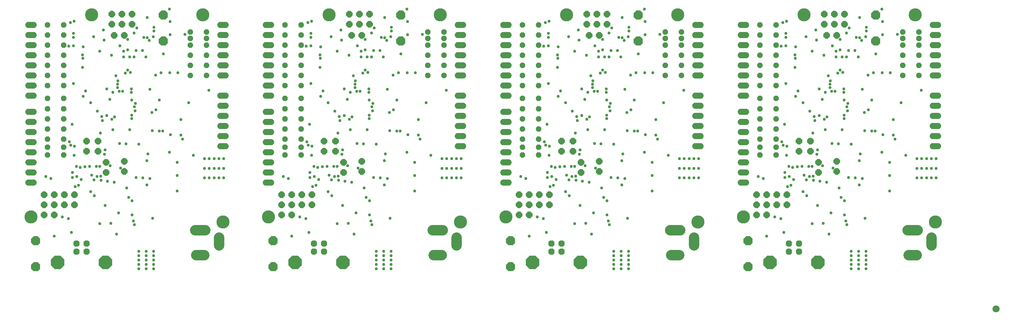
<source format=gbs>
G04 FAB 3000 Version 5.10.2 - Professional Gerber/CAM Software*
G04 RS274-X Output*
%FSDAX24Y24*%
%MIA0B0*%
%MOIN*%
%SFA1.000000B1.000000*%

%IPPOS*%
%AMOC8-D18_R9000*
4,1,8,-0.027877,0.067300,
-0.067300,0.027877,
-0.067300,-0.027877,
-0.027877,-0.067300,
0.027877,-0.067300,
0.067300,-0.027877,
0.067300,0.027877,
0.027877,0.067300,
-0.027877,0.067300,0.0*
%
%AMOC8-D16_0_R9000*
4,1,8,-0.011494,0.027750,
-0.027750,0.011494,
-0.027750,-0.011494,
-0.011494,-0.027750,
0.011494,-0.027750,
0.027750,-0.011494,
0.027750,0.011494,
0.011494,0.027750,
-0.011494,0.027750,0.0*
%
%AMOC8-D11_R9000*
4,1,8,-0.013255,0.032000,
-0.032000,0.013255,
-0.032000,-0.013255,
-0.013255,-0.032000,
0.013255,-0.032000,
0.032000,-0.013255,
0.032000,0.013255,
0.013255,0.032000,
-0.013255,0.032000,0.0*
%
%AMOC8-D10_R9000*
4,1,8,-0.012426,0.030000,
-0.030000,0.012426,
-0.030000,-0.012426,
-0.012426,-0.030000,
0.012426,-0.030000,
0.030000,-0.012426,
0.030000,0.012426,
0.012426,0.030000,
-0.012426,0.030000,0.0*
%
%AMOC8-D17_0_R9000*
4,1,8,-0.012716,0.030700,
-0.030700,0.012716,
-0.030700,-0.012716,
-0.012716,-0.030700,
0.012716,-0.030700,
0.030700,-0.012716,
0.030700,0.012716,
0.012716,0.030700,
-0.012716,0.030700,0.0*
%
%AMOC8-D15_0_R9000*
4,1,8,-0.013131,0.031700,
-0.031700,0.013131,
-0.031700,-0.013131,
-0.013131,-0.031700,
0.013131,-0.031700,
0.031700,-0.013131,
0.031700,0.013131,
0.013131,0.031700,
-0.013131,0.031700,0.0*
%
%AMOC8-D14_0_R9000*
4,1,8,-0.018640,0.045000,
-0.045000,0.018640,
-0.045000,-0.018640,
-0.018640,-0.045000,
0.018640,-0.045000,
0.045000,-0.018640,
0.045000,0.018640,
0.018640,0.045000,
-0.018640,0.045000,0.0*
%
%AMOC8-D17_R9000*
4,1,8,-0.027048,0.065300,
-0.065300,0.027048,
-0.065300,-0.027048,
-0.027048,-0.065300,
0.027048,-0.065300,
0.065300,-0.027048,
0.065300,0.027048,
0.027048,0.065300,
-0.027048,0.065300,0.0*
%
%AMOC8-D16_R9000*
4,1,8,-0.011888,0.028700,
-0.028700,0.011888,
-0.028700,-0.011888,
-0.011888,-0.028700,
0.011888,-0.028700,
0.028700,-0.011888,
0.028700,0.011888,
0.011888,0.028700,
-0.011888,0.028700,0.0*
%
%AMOC8-D15_R9000*
4,1,8,-0.010666,0.025750,
-0.025750,0.010666,
-0.025750,-0.010666,
-0.010666,-0.025750,
0.010666,-0.025750,
0.025750,-0.010666,
0.025750,0.010666,
0.010666,0.025750,
-0.010666,0.025750,0.0*
%
%AMOC8-D14_R9000*
4,1,8,-0.012302,0.029700,
-0.029700,0.012302,
-0.029700,-0.012302,
-0.012302,-0.029700,
0.012302,-0.029700,
0.029700,-0.012302,
0.029700,0.012302,
0.012302,0.029700,
-0.012302,0.029700,0.0*
%
%AMOC8-D13_R9000*
4,1,8,-0.017811,0.043000,
-0.043000,0.017811,
-0.043000,-0.017811,
-0.017811,-0.043000,
0.017811,-0.043000,
0.043000,-0.017811,
0.043000,0.017811,
0.017811,0.043000,
-0.017811,0.043000,0.0*
%
%ADD11C,0.055000*%
%ADD12C,0.098400*%
%ADD18C,0.016000*%
%ADD19C,0.007000*%
%ADD20C,0.027000*%
%ADD21C,0.130000*%
%ADD23C,0.059000*%
%ADD24C,0.102400*%
%ADD30C,0.029700*%
%ADD56C,0.039400*%
%ADD105C,0.070900*%
%ADD107OC8-D18_R9000*%
%ADD109OC8-D16_0_R9000*%
%ADD112OC8-D11_R9000*%
%ADD122OC8-D10_R9000*%
%ADD123OC8-D17_0_R9000*%
%ADD124OC8-D15_0_R9000*%
%ADD125OC8-D14_0_R9000*%
%ADD126OC8-D17_R9000*%
%ADD127OC8-D16_R9000*%
%ADD128OC8-D15_R9000*%
%ADD129OC8-D14_R9000*%
%ADD130OC8-D13_R9000*%
%LNam010_0*%
%LPD*%
G54D105*
X104000Y002500D03*
G54D30*
X016509Y021250D03*
X016779Y021480D03*
X018479Y021320D03*
X023339Y021220D03*
G54D109*
X010139Y021280D03*
X011739Y021280D03*
G54D23*
X027224Y021600D02*
G01X027774Y021600D01*
G54D30*
X009959Y015580D03*
X013049Y015590D03*
X014489Y015720D03*
X015039Y015600D03*
X015399Y015630D03*
X022979Y015680D03*
X018059Y029150D03*
X018069Y028130D03*
X018079Y026130D03*
G54D124*
X017749Y029550D03*
G54D30*
X017984Y014460D03*
X012799Y018600D03*
G54D109*
X010139Y018480D03*
X011739Y018480D03*
G54D23*
X027774Y018600D02*
G01X027224Y018600D01*
G54D30*
X012759Y030970D03*
G54D23*
X008224Y030600D02*
G01X008774Y030600D01*
X008774Y029600D02*
G01X008224Y029600D01*
X008224Y028600D02*
G01X008774Y028600D01*
X008774Y027600D02*
G01X008224Y027600D01*
X008224Y026600D02*
G01X008774Y026600D01*
X008774Y025600D02*
G01X008224Y025600D01*
X008224Y024600D02*
G01X008774Y024600D01*
X008774Y023600D02*
G01X008224Y023600D01*
X008224Y022000D02*
G01X008774Y022000D01*
G54D109*
X010139Y030600D03*
X010139Y029600D03*
X010139Y028600D03*
X010139Y027600D03*
X010139Y026600D03*
X010139Y025600D03*
X010139Y024600D03*
X010139Y023330D03*
X010139Y022280D03*
G54D30*
X012249Y028490D03*
X012419Y030840D03*
X012699Y029770D03*
X012699Y029350D03*
X012699Y028530D03*
X012699Y024780D03*
G54D109*
X011739Y030600D03*
X011739Y028600D03*
X011739Y029600D03*
X011739Y027600D03*
X011739Y026600D03*
X011739Y025600D03*
X011739Y024600D03*
X011739Y023330D03*
X011739Y022280D03*
G54D30*
X023029Y025860D03*
X024099Y022890D03*
X026114Y024110D03*
G54D23*
X027224Y026600D02*
G01X027774Y026600D01*
X027774Y025600D02*
G01X027224Y025600D01*
X027224Y023600D02*
G01X027774Y023600D01*
X027774Y022600D02*
G01X027224Y022600D01*
G54D109*
X024258Y026600D03*
X024258Y025600D03*
X025858Y025600D03*
X025858Y026600D03*
G54D30*
X023749Y029670D03*
G54D109*
X025858Y029878D03*
X025858Y029262D03*
X025858Y028598D03*
X025858Y027600D03*
X024258Y027600D03*
X024258Y028598D03*
X024258Y029262D03*
X024258Y029878D03*
G54D21*
X025499Y031600D03*
G54D23*
X027224Y030600D02*
G01X027774Y030600D01*
X027774Y029600D02*
G01X027224Y029600D01*
X027224Y028600D02*
G01X027774Y028600D01*
X027774Y027600D02*
G01X027224Y027600D01*
G54D30*
X010819Y009700D03*
X012499Y010060D03*
X016979Y009900D03*
G54D107*
X015869Y007100D03*
X011129Y007100D03*
G54D123*
X013007Y008955D03*
G54D125*
X008959Y009210D03*
X008959Y006650D03*
G54D123*
X013991Y008955D03*
X013991Y008167D03*
X013007Y008167D03*
G54D30*
X020639Y006470D03*
X020639Y006895D03*
X020639Y007320D03*
X020639Y007770D03*
X020639Y008195D03*
X019889Y008195D03*
X019889Y007770D03*
G54D24*
X024835Y007840D02*
G01X025623Y007840D01*
G54D30*
X019164Y008195D03*
X019164Y007770D03*
X019164Y007320D03*
X019164Y006895D03*
X019164Y006470D03*
X019889Y006470D03*
X019889Y006895D03*
X019889Y007320D03*
G54D24*
X027119Y009573D02*
G01X027119Y008785D01*
X025721Y010301D02*
G01X024737Y010301D01*
G54D30*
X017359Y016420D03*
X022199Y017980D03*
X020059Y017820D03*
X019979Y017170D03*
G54D124*
X017749Y016100D03*
X017749Y017100D03*
G54D30*
X025674Y017350D03*
X024579Y017700D03*
X022979Y017000D03*
X025674Y016375D03*
X026149Y016375D03*
X026149Y017350D03*
X026624Y017350D03*
X026624Y016375D03*
X027099Y016375D03*
X027099Y017350D03*
X027574Y017350D03*
X027574Y016375D03*
X012574Y020750D03*
X012299Y019040D03*
X012429Y018700D03*
X017259Y018860D03*
X016619Y020220D03*
X015359Y019880D03*
X015559Y021130D03*
G54D124*
X015149Y019100D03*
X013999Y019100D03*
G54D23*
X008774Y021000D02*
G01X008224Y021000D01*
X008224Y020000D02*
G01X008774Y020000D01*
X008774Y019000D02*
G01X008224Y019000D01*
G54D109*
X011739Y020280D03*
X011739Y019280D03*
X010139Y019280D03*
X010139Y020280D03*
G54D30*
X017899Y018810D03*
X018259Y020240D03*
X019179Y018780D03*
G54D23*
X027774Y020600D02*
G01X027224Y020600D01*
X027224Y019600D02*
G01X027774Y019600D01*
G54D30*
X020519Y020120D03*
X021199Y020100D03*
X021539Y020100D03*
X022319Y019740D03*
X023339Y019680D03*
X023499Y019280D03*
X020219Y029050D03*
X020279Y024240D03*
X022269Y029640D03*
X022209Y032170D03*
X022259Y030930D03*
X020659Y030360D03*
X020659Y029980D03*
X020589Y029420D03*
G54D125*
X021599Y031560D03*
X021599Y029000D03*
G54D30*
X022239Y025860D03*
X021609Y027730D03*
X021359Y025860D03*
X020849Y025620D03*
X020859Y022200D03*
X021209Y023150D03*
X020479Y021920D03*
X018479Y023160D03*
X018839Y022840D03*
X018739Y022500D03*
X018799Y022100D03*
X018479Y021660D03*
X018449Y023930D03*
X018449Y024270D03*
X018329Y025890D03*
X019999Y031320D03*
X018689Y029800D03*
X018979Y030300D03*
G54D112*
X018519Y031656D03*
X018519Y030656D03*
G54D30*
X018279Y027440D03*
X018689Y027440D03*
X018899Y028060D03*
X019529Y028070D03*
X019879Y027420D03*
X019999Y029320D03*
X019659Y029360D03*
X015319Y027980D03*
X017659Y027980D03*
X015669Y030100D03*
X015729Y029100D03*
X014699Y029420D03*
X013669Y028420D03*
G54D124*
X016749Y029550D03*
G54D112*
X017519Y031656D03*
X016519Y031656D03*
X016519Y030656D03*
G54D21*
X014499Y031600D03*
G54D112*
X017519Y030656D03*
G54D30*
X017289Y028510D03*
X013599Y027620D03*
X013624Y027275D03*
X013609Y026390D03*
X015519Y021510D03*
X015074Y022050D03*
X014419Y022900D03*
X013909Y024060D03*
X013669Y023530D03*
X016459Y027600D03*
X016599Y023910D03*
X017579Y024040D03*
X017239Y024040D03*
X017079Y024390D03*
X017079Y024730D03*
X017109Y025070D03*
X016909Y025550D03*
X017659Y027440D03*
X017839Y025820D03*
X016319Y023210D03*
X016019Y024260D03*
X015999Y021625D03*
X012589Y015980D03*
X012999Y016600D03*
G54D23*
X008224Y016000D02*
G01X008774Y016000D01*
G54D124*
X015949Y016000D03*
G54D30*
X016339Y016670D03*
X015299Y016590D03*
X014959Y016590D03*
X014289Y016580D03*
X013839Y016570D03*
X013379Y016500D03*
G54D23*
X008774Y017000D02*
G01X008224Y017000D01*
G54D124*
X015949Y017000D03*
G54D30*
X012774Y017675D03*
G54D109*
X010144Y017735D03*
X011744Y017735D03*
G54D23*
X008224Y018000D02*
G01X008774Y018000D01*
G54D124*
X013999Y018100D03*
X015149Y018100D03*
G54D30*
X015779Y017800D03*
X015839Y018220D03*
X015319Y010930D03*
X015829Y012725D03*
X012219Y011440D03*
X011609Y011580D03*
G54D21*
X008499Y011600D03*
G54D112*
X009799Y011800D03*
X009799Y012800D03*
X010799Y012800D03*
X010799Y011800D03*
X011799Y012800D03*
X012799Y012800D03*
G54D30*
X016389Y010960D03*
X017159Y011980D03*
X016069Y015130D03*
X015449Y015240D03*
X014784Y013705D03*
X014389Y014100D03*
X010469Y015380D03*
X012879Y014590D03*
X012599Y015500D03*
X013219Y014710D03*
G54D112*
X009799Y013800D03*
X010799Y013800D03*
X011799Y013800D03*
X012799Y013800D03*
G54D23*
X008774Y015000D02*
G01X008224Y015000D01*
G54D30*
X016749Y015040D03*
X014729Y015270D03*
X013479Y015300D03*
X018749Y010825D03*
X018649Y011200D03*
X018499Y011780D03*
X018499Y013180D03*
X018159Y013520D03*
X020549Y011450D03*
X019979Y014750D03*
X020259Y015400D03*
X018889Y015490D03*
X019569Y015450D03*
X022979Y014160D03*
G54D21*
X027499Y011100D03*
G54D30*
X025674Y015450D03*
X026149Y015450D03*
X026624Y015450D03*
X027099Y015450D03*
X027574Y015450D03*
X040009Y021250D03*
X040279Y021480D03*
X041979Y021320D03*
X046839Y021220D03*
G54D109*
X033639Y021280D03*
X035239Y021280D03*
G54D23*
X050724Y021600D02*
G01X051274Y021600D01*
G54D30*
X033459Y015580D03*
X036549Y015590D03*
X037989Y015720D03*
X038539Y015600D03*
X038899Y015630D03*
X046479Y015680D03*
X041559Y029150D03*
X041569Y028130D03*
X041579Y026130D03*
G54D124*
X041249Y029550D03*
G54D30*
X041484Y014460D03*
X036299Y018600D03*
G54D109*
X033639Y018480D03*
X035239Y018480D03*
G54D23*
X051274Y018600D02*
G01X050724Y018600D01*
G54D30*
X036259Y030970D03*
G54D23*
X031724Y030600D02*
G01X032274Y030600D01*
X032274Y029600D02*
G01X031724Y029600D01*
X031724Y028600D02*
G01X032274Y028600D01*
X032274Y027600D02*
G01X031724Y027600D01*
X031724Y026600D02*
G01X032274Y026600D01*
X032274Y025600D02*
G01X031724Y025600D01*
X031724Y024600D02*
G01X032274Y024600D01*
X032274Y023600D02*
G01X031724Y023600D01*
X031724Y022000D02*
G01X032274Y022000D01*
G54D109*
X033639Y030600D03*
X033639Y029600D03*
X033639Y028600D03*
X033639Y027600D03*
X033639Y026600D03*
X033639Y025600D03*
X033639Y024600D03*
X033639Y023330D03*
X033639Y022280D03*
G54D30*
X035749Y028490D03*
X035919Y030840D03*
X036199Y029770D03*
X036199Y029350D03*
X036199Y028530D03*
X036199Y024780D03*
G54D109*
X035239Y030600D03*
X035239Y028600D03*
X035239Y029600D03*
X035239Y027600D03*
X035239Y026600D03*
X035239Y025600D03*
X035239Y024600D03*
X035239Y023330D03*
X035239Y022280D03*
G54D30*
X046529Y025860D03*
X047599Y022890D03*
X049614Y024110D03*
G54D23*
X050724Y026600D02*
G01X051274Y026600D01*
X051274Y025600D02*
G01X050724Y025600D01*
X050724Y023600D02*
G01X051274Y023600D01*
X051274Y022600D02*
G01X050724Y022600D01*
G54D109*
X047758Y026600D03*
X047758Y025600D03*
X049358Y025600D03*
X049358Y026600D03*
G54D30*
X047249Y029670D03*
G54D109*
X049358Y029878D03*
X049358Y029262D03*
X049358Y028598D03*
X049358Y027600D03*
X047758Y027600D03*
X047758Y028598D03*
X047758Y029262D03*
X047758Y029878D03*
G54D21*
X048999Y031600D03*
G54D23*
X050724Y030600D02*
G01X051274Y030600D01*
X051274Y029600D02*
G01X050724Y029600D01*
X050724Y028600D02*
G01X051274Y028600D01*
X051274Y027600D02*
G01X050724Y027600D01*
G54D30*
X034319Y009700D03*
X035999Y010060D03*
X040479Y009900D03*
G54D107*
X039369Y007100D03*
X034629Y007100D03*
G54D123*
X036507Y008955D03*
G54D125*
X032459Y009210D03*
X032459Y006650D03*
G54D123*
X037491Y008955D03*
X037491Y008167D03*
X036507Y008167D03*
G54D30*
X044139Y006470D03*
X044139Y006895D03*
X044139Y007320D03*
X044139Y007770D03*
X044139Y008195D03*
X043389Y008195D03*
X043389Y007770D03*
G54D24*
X048335Y007840D02*
G01X049123Y007840D01*
G54D30*
X042664Y008195D03*
X042664Y007770D03*
X042664Y007320D03*
X042664Y006895D03*
X042664Y006470D03*
X043389Y006470D03*
X043389Y006895D03*
X043389Y007320D03*
G54D24*
X050619Y009573D02*
G01X050619Y008785D01*
X049221Y010301D02*
G01X048237Y010301D01*
G54D30*
X040859Y016420D03*
X045699Y017980D03*
X043559Y017820D03*
X043479Y017170D03*
G54D124*
X041249Y016100D03*
X041249Y017100D03*
G54D30*
X049174Y017350D03*
X048079Y017700D03*
X046479Y017000D03*
X049174Y016375D03*
X049649Y016375D03*
X049649Y017350D03*
X050124Y017350D03*
X050124Y016375D03*
X050599Y016375D03*
X050599Y017350D03*
X051074Y017350D03*
X051074Y016375D03*
X036074Y020750D03*
X035799Y019040D03*
X035929Y018700D03*
X040759Y018860D03*
X040119Y020220D03*
X038859Y019880D03*
X039059Y021130D03*
G54D124*
X038649Y019100D03*
X037499Y019100D03*
G54D23*
X032274Y021000D02*
G01X031724Y021000D01*
X031724Y020000D02*
G01X032274Y020000D01*
X032274Y019000D02*
G01X031724Y019000D01*
G54D109*
X035239Y020280D03*
X035239Y019280D03*
X033639Y019280D03*
X033639Y020280D03*
G54D30*
X041399Y018810D03*
X041759Y020240D03*
X042679Y018780D03*
G54D23*
X051274Y020600D02*
G01X050724Y020600D01*
X050724Y019600D02*
G01X051274Y019600D01*
G54D30*
X044019Y020120D03*
X044699Y020100D03*
X045039Y020100D03*
X045819Y019740D03*
X046839Y019680D03*
X046999Y019280D03*
X043719Y029050D03*
X043779Y024240D03*
X045769Y029640D03*
X045709Y032170D03*
X045759Y030930D03*
X044159Y030360D03*
X044159Y029980D03*
X044089Y029420D03*
G54D125*
X045099Y031560D03*
X045099Y029000D03*
G54D30*
X045739Y025860D03*
X045109Y027730D03*
X044859Y025860D03*
X044349Y025620D03*
X044359Y022200D03*
X044709Y023150D03*
X043979Y021920D03*
X041979Y023160D03*
X042339Y022840D03*
X042239Y022500D03*
X042299Y022100D03*
X041979Y021660D03*
X041949Y023930D03*
X041949Y024270D03*
X041829Y025890D03*
X043499Y031320D03*
X042189Y029800D03*
X042479Y030300D03*
G54D112*
X042019Y031656D03*
X042019Y030656D03*
G54D30*
X041779Y027440D03*
X042189Y027440D03*
X042399Y028060D03*
X043029Y028070D03*
X043379Y027420D03*
X043499Y029320D03*
X043159Y029360D03*
X038819Y027980D03*
X041159Y027980D03*
X039169Y030100D03*
X039229Y029100D03*
X038199Y029420D03*
X037169Y028420D03*
G54D124*
X040249Y029550D03*
G54D112*
X041019Y031656D03*
X040019Y031656D03*
X040019Y030656D03*
G54D21*
X037999Y031600D03*
G54D112*
X041019Y030656D03*
G54D30*
X040789Y028510D03*
X037099Y027620D03*
X037124Y027275D03*
X037109Y026390D03*
X039019Y021510D03*
X038574Y022050D03*
X037919Y022900D03*
X037409Y024060D03*
X037169Y023530D03*
X039959Y027600D03*
X040099Y023910D03*
X041079Y024040D03*
X040739Y024040D03*
X040579Y024390D03*
X040579Y024730D03*
X040609Y025070D03*
X040409Y025550D03*
X041159Y027440D03*
X041339Y025820D03*
X039819Y023210D03*
X039519Y024260D03*
X039499Y021625D03*
X036089Y015980D03*
X036499Y016600D03*
G54D23*
X031724Y016000D02*
G01X032274Y016000D01*
G54D124*
X039449Y016000D03*
G54D30*
X039839Y016670D03*
X038799Y016590D03*
X038459Y016590D03*
X037789Y016580D03*
X037339Y016570D03*
X036879Y016500D03*
G54D23*
X032274Y017000D02*
G01X031724Y017000D01*
G54D124*
X039449Y017000D03*
G54D30*
X036274Y017675D03*
G54D109*
X033644Y017735D03*
X035244Y017735D03*
G54D23*
X031724Y018000D02*
G01X032274Y018000D01*
G54D124*
X037499Y018100D03*
X038649Y018100D03*
G54D30*
X039279Y017800D03*
X039339Y018220D03*
X038819Y010930D03*
X039329Y012725D03*
X035719Y011440D03*
X035109Y011580D03*
G54D21*
X031999Y011600D03*
G54D112*
X033299Y011800D03*
X033299Y012800D03*
X034299Y012800D03*
X034299Y011800D03*
X035299Y012800D03*
X036299Y012800D03*
G54D30*
X039889Y010960D03*
X040659Y011980D03*
X039569Y015130D03*
X038949Y015240D03*
X038284Y013705D03*
X037889Y014100D03*
X033969Y015380D03*
X036379Y014590D03*
X036099Y015500D03*
X036719Y014710D03*
G54D112*
X033299Y013800D03*
X034299Y013800D03*
X035299Y013800D03*
X036299Y013800D03*
G54D23*
X032274Y015000D02*
G01X031724Y015000D01*
G54D30*
X040249Y015040D03*
X038229Y015270D03*
X036979Y015300D03*
X042249Y010825D03*
X042149Y011200D03*
X041999Y011780D03*
X041999Y013180D03*
X041659Y013520D03*
X044049Y011450D03*
X043479Y014750D03*
X043759Y015400D03*
X042389Y015490D03*
X043069Y015450D03*
X046479Y014160D03*
G54D21*
X050999Y011100D03*
G54D30*
X049174Y015450D03*
X049649Y015450D03*
X050124Y015450D03*
X050599Y015450D03*
X051074Y015450D03*
X063509Y021250D03*
X063779Y021480D03*
X065479Y021320D03*
X070339Y021220D03*
G54D109*
X057139Y021280D03*
X058739Y021280D03*
G54D23*
X074224Y021600D02*
G01X074774Y021600D01*
G54D30*
X056959Y015580D03*
X060049Y015590D03*
X061489Y015720D03*
X062039Y015600D03*
X062399Y015630D03*
X069979Y015680D03*
X065059Y029150D03*
X065069Y028130D03*
X065079Y026130D03*
G54D124*
X064749Y029550D03*
G54D30*
X064984Y014460D03*
X059799Y018600D03*
G54D109*
X057139Y018480D03*
X058739Y018480D03*
G54D23*
X074774Y018600D02*
G01X074224Y018600D01*
G54D30*
X059759Y030970D03*
G54D23*
X055224Y030600D02*
G01X055774Y030600D01*
X055774Y029600D02*
G01X055224Y029600D01*
X055224Y028600D02*
G01X055774Y028600D01*
X055774Y027600D02*
G01X055224Y027600D01*
X055224Y026600D02*
G01X055774Y026600D01*
X055774Y025600D02*
G01X055224Y025600D01*
X055224Y024600D02*
G01X055774Y024600D01*
X055774Y023600D02*
G01X055224Y023600D01*
X055224Y022000D02*
G01X055774Y022000D01*
G54D109*
X057139Y030600D03*
X057139Y029600D03*
X057139Y028600D03*
X057139Y027600D03*
X057139Y026600D03*
X057139Y025600D03*
X057139Y024600D03*
X057139Y023330D03*
X057139Y022280D03*
G54D30*
X059249Y028490D03*
X059419Y030840D03*
X059699Y029770D03*
X059699Y029350D03*
X059699Y028530D03*
X059699Y024780D03*
G54D109*
X058739Y030600D03*
X058739Y028600D03*
X058739Y029600D03*
X058739Y027600D03*
X058739Y026600D03*
X058739Y025600D03*
X058739Y024600D03*
X058739Y023330D03*
X058739Y022280D03*
G54D30*
X070029Y025860D03*
X071099Y022890D03*
X073114Y024110D03*
G54D23*
X074224Y026600D02*
G01X074774Y026600D01*
X074774Y025600D02*
G01X074224Y025600D01*
X074224Y023600D02*
G01X074774Y023600D01*
X074774Y022600D02*
G01X074224Y022600D01*
G54D109*
X071258Y026600D03*
X071258Y025600D03*
X072858Y025600D03*
X072858Y026600D03*
G54D30*
X070749Y029670D03*
G54D109*
X072858Y029878D03*
X072858Y029262D03*
X072858Y028598D03*
X072858Y027600D03*
X071258Y027600D03*
X071258Y028598D03*
X071258Y029262D03*
X071258Y029878D03*
G54D21*
X072499Y031600D03*
G54D23*
X074224Y030600D02*
G01X074774Y030600D01*
X074774Y029600D02*
G01X074224Y029600D01*
X074224Y028600D02*
G01X074774Y028600D01*
X074774Y027600D02*
G01X074224Y027600D01*
G54D30*
X057819Y009700D03*
X059499Y010060D03*
X063979Y009900D03*
G54D107*
X062869Y007100D03*
X058129Y007100D03*
G54D123*
X060007Y008955D03*
G54D125*
X055959Y009210D03*
X055959Y006650D03*
G54D123*
X060991Y008955D03*
X060991Y008167D03*
X060007Y008167D03*
G54D30*
X067639Y006470D03*
X067639Y006895D03*
X067639Y007320D03*
X067639Y007770D03*
X067639Y008195D03*
X066889Y008195D03*
X066889Y007770D03*
G54D24*
X071835Y007840D02*
G01X072623Y007840D01*
G54D30*
X066164Y008195D03*
X066164Y007770D03*
X066164Y007320D03*
X066164Y006895D03*
X066164Y006470D03*
X066889Y006470D03*
X066889Y006895D03*
X066889Y007320D03*
G54D24*
X074119Y009573D02*
G01X074119Y008785D01*
X072721Y010301D02*
G01X071737Y010301D01*
G54D30*
X064359Y016420D03*
X069199Y017980D03*
X067059Y017820D03*
X066979Y017170D03*
G54D124*
X064749Y016100D03*
X064749Y017100D03*
G54D30*
X072674Y017350D03*
X071579Y017700D03*
X069979Y017000D03*
X072674Y016375D03*
X073149Y016375D03*
X073149Y017350D03*
X073624Y017350D03*
X073624Y016375D03*
X074099Y016375D03*
X074099Y017350D03*
X074574Y017350D03*
X074574Y016375D03*
X059574Y020750D03*
X059299Y019040D03*
X059429Y018700D03*
X064259Y018860D03*
X063619Y020220D03*
X062359Y019880D03*
X062559Y021130D03*
G54D124*
X062149Y019100D03*
X060999Y019100D03*
G54D23*
X055774Y021000D02*
G01X055224Y021000D01*
X055224Y020000D02*
G01X055774Y020000D01*
X055774Y019000D02*
G01X055224Y019000D01*
G54D109*
X058739Y020280D03*
X058739Y019280D03*
X057139Y019280D03*
X057139Y020280D03*
G54D30*
X064899Y018810D03*
X065259Y020240D03*
X066179Y018780D03*
G54D23*
X074774Y020600D02*
G01X074224Y020600D01*
X074224Y019600D02*
G01X074774Y019600D01*
G54D30*
X067519Y020120D03*
X068199Y020100D03*
X068539Y020100D03*
X069319Y019740D03*
X070339Y019680D03*
X070499Y019280D03*
X067219Y029050D03*
X067279Y024240D03*
X069269Y029640D03*
X069209Y032170D03*
X069259Y030930D03*
X067659Y030360D03*
X067659Y029980D03*
X067589Y029420D03*
G54D125*
X068599Y031560D03*
X068599Y029000D03*
G54D30*
X069239Y025860D03*
X068609Y027730D03*
X068359Y025860D03*
X067849Y025620D03*
X067859Y022200D03*
X068209Y023150D03*
X067479Y021920D03*
X065479Y023160D03*
X065839Y022840D03*
X065739Y022500D03*
X065799Y022100D03*
X065479Y021660D03*
X065449Y023930D03*
X065449Y024270D03*
X065329Y025890D03*
X066999Y031320D03*
X065689Y029800D03*
X065979Y030300D03*
G54D112*
X065519Y031656D03*
X065519Y030656D03*
G54D30*
X065279Y027440D03*
X065689Y027440D03*
X065899Y028060D03*
X066529Y028070D03*
X066879Y027420D03*
X066999Y029320D03*
X066659Y029360D03*
X062319Y027980D03*
X064659Y027980D03*
X062669Y030100D03*
X062729Y029100D03*
X061699Y029420D03*
X060669Y028420D03*
G54D124*
X063749Y029550D03*
G54D112*
X064519Y031656D03*
X063519Y031656D03*
X063519Y030656D03*
G54D21*
X061499Y031600D03*
G54D112*
X064519Y030656D03*
G54D30*
X064289Y028510D03*
X060599Y027620D03*
X060624Y027275D03*
X060609Y026390D03*
X062519Y021510D03*
X062074Y022050D03*
X061419Y022900D03*
X060909Y024060D03*
X060669Y023530D03*
X063459Y027600D03*
X063599Y023910D03*
X064579Y024040D03*
X064239Y024040D03*
X064079Y024390D03*
X064079Y024730D03*
X064109Y025070D03*
X063909Y025550D03*
X064659Y027440D03*
X064839Y025820D03*
X063319Y023210D03*
X063019Y024260D03*
X062999Y021625D03*
X059589Y015980D03*
X059999Y016600D03*
G54D23*
X055224Y016000D02*
G01X055774Y016000D01*
G54D124*
X062949Y016000D03*
G54D30*
X063339Y016670D03*
X062299Y016590D03*
X061959Y016590D03*
X061289Y016580D03*
X060839Y016570D03*
X060379Y016500D03*
G54D23*
X055774Y017000D02*
G01X055224Y017000D01*
G54D124*
X062949Y017000D03*
G54D30*
X059774Y017675D03*
G54D109*
X057144Y017735D03*
X058744Y017735D03*
G54D23*
X055224Y018000D02*
G01X055774Y018000D01*
G54D124*
X060999Y018100D03*
X062149Y018100D03*
G54D30*
X062779Y017800D03*
X062839Y018220D03*
X062319Y010930D03*
X062829Y012725D03*
X059219Y011440D03*
X058609Y011580D03*
G54D21*
X055499Y011600D03*
G54D112*
X056799Y011800D03*
X056799Y012800D03*
X057799Y012800D03*
X057799Y011800D03*
X058799Y012800D03*
X059799Y012800D03*
G54D30*
X063389Y010960D03*
X064159Y011980D03*
X063069Y015130D03*
X062449Y015240D03*
X061784Y013705D03*
X061389Y014100D03*
X057469Y015380D03*
X059879Y014590D03*
X059599Y015500D03*
X060219Y014710D03*
G54D112*
X056799Y013800D03*
X057799Y013800D03*
X058799Y013800D03*
X059799Y013800D03*
G54D23*
X055774Y015000D02*
G01X055224Y015000D01*
G54D30*
X063749Y015040D03*
X061729Y015270D03*
X060479Y015300D03*
X065749Y010825D03*
X065649Y011200D03*
X065499Y011780D03*
X065499Y013180D03*
X065159Y013520D03*
X067549Y011450D03*
X066979Y014750D03*
X067259Y015400D03*
X065889Y015490D03*
X066569Y015450D03*
X069979Y014160D03*
G54D21*
X074499Y011100D03*
G54D30*
X072674Y015450D03*
X073149Y015450D03*
X073624Y015450D03*
X074099Y015450D03*
X074574Y015450D03*
X087009Y021250D03*
X087279Y021480D03*
X088979Y021320D03*
X093839Y021220D03*
G54D109*
X080639Y021280D03*
X082239Y021280D03*
G54D23*
X097724Y021600D02*
G01X098274Y021600D01*
G54D30*
X080459Y015580D03*
X083549Y015590D03*
X084989Y015720D03*
X085539Y015600D03*
X085899Y015630D03*
X093479Y015680D03*
X088559Y029150D03*
X088569Y028130D03*
X088579Y026130D03*
G54D124*
X088249Y029550D03*
G54D30*
X088484Y014460D03*
X083299Y018600D03*
G54D109*
X080639Y018480D03*
X082239Y018480D03*
G54D23*
X098274Y018600D02*
G01X097724Y018600D01*
G54D30*
X083259Y030970D03*
G54D23*
X078724Y030600D02*
G01X079274Y030600D01*
X079274Y029600D02*
G01X078724Y029600D01*
X078724Y028600D02*
G01X079274Y028600D01*
X079274Y027600D02*
G01X078724Y027600D01*
X078724Y026600D02*
G01X079274Y026600D01*
X079274Y025600D02*
G01X078724Y025600D01*
X078724Y024600D02*
G01X079274Y024600D01*
X079274Y023600D02*
G01X078724Y023600D01*
X078724Y022000D02*
G01X079274Y022000D01*
G54D109*
X080639Y030600D03*
X080639Y029600D03*
X080639Y028600D03*
X080639Y027600D03*
X080639Y026600D03*
X080639Y025600D03*
X080639Y024600D03*
X080639Y023330D03*
X080639Y022280D03*
G54D30*
X082749Y028490D03*
X082919Y030840D03*
X083199Y029770D03*
X083199Y029350D03*
X083199Y028530D03*
X083199Y024780D03*
G54D109*
X082239Y030600D03*
X082239Y028600D03*
X082239Y029600D03*
X082239Y027600D03*
X082239Y026600D03*
X082239Y025600D03*
X082239Y024600D03*
X082239Y023330D03*
X082239Y022280D03*
G54D30*
X093529Y025860D03*
X094599Y022890D03*
X096614Y024110D03*
G54D23*
X097724Y026600D02*
G01X098274Y026600D01*
X098274Y025600D02*
G01X097724Y025600D01*
X097724Y023600D02*
G01X098274Y023600D01*
X098274Y022600D02*
G01X097724Y022600D01*
G54D109*
X094758Y026600D03*
X094758Y025600D03*
X096358Y025600D03*
X096358Y026600D03*
G54D30*
X094249Y029670D03*
G54D109*
X096358Y029878D03*
X096358Y029262D03*
X096358Y028598D03*
X096358Y027600D03*
X094758Y027600D03*
X094758Y028598D03*
X094758Y029262D03*
X094758Y029878D03*
G54D21*
X095999Y031600D03*
G54D23*
X097724Y030600D02*
G01X098274Y030600D01*
X098274Y029600D02*
G01X097724Y029600D01*
X097724Y028600D02*
G01X098274Y028600D01*
X098274Y027600D02*
G01X097724Y027600D01*
G54D30*
X081319Y009700D03*
X082999Y010060D03*
X087479Y009900D03*
G54D107*
X086369Y007100D03*
X081629Y007100D03*
G54D123*
X083507Y008955D03*
G54D125*
X079459Y009210D03*
X079459Y006650D03*
G54D123*
X084491Y008955D03*
X084491Y008167D03*
X083507Y008167D03*
G54D30*
X091139Y006470D03*
X091139Y006895D03*
X091139Y007320D03*
X091139Y007770D03*
X091139Y008195D03*
X090389Y008195D03*
X090389Y007770D03*
G54D24*
X095335Y007840D02*
G01X096123Y007840D01*
G54D30*
X089664Y008195D03*
X089664Y007770D03*
X089664Y007320D03*
X089664Y006895D03*
X089664Y006470D03*
X090389Y006470D03*
X090389Y006895D03*
X090389Y007320D03*
G54D24*
X097619Y009573D02*
G01X097619Y008785D01*
X096221Y010301D02*
G01X095237Y010301D01*
G54D30*
X087859Y016420D03*
X092699Y017980D03*
X090559Y017820D03*
X090479Y017170D03*
G54D124*
X088249Y016100D03*
X088249Y017100D03*
G54D30*
X096174Y017350D03*
X095079Y017700D03*
X093479Y017000D03*
X096174Y016375D03*
X096649Y016375D03*
X096649Y017350D03*
X097124Y017350D03*
X097124Y016375D03*
X097599Y016375D03*
X097599Y017350D03*
X098074Y017350D03*
X098074Y016375D03*
X083074Y020750D03*
X082799Y019040D03*
X082929Y018700D03*
X087759Y018860D03*
X087119Y020220D03*
X085859Y019880D03*
X086059Y021130D03*
G54D124*
X085649Y019100D03*
X084499Y019100D03*
G54D23*
X079274Y021000D02*
G01X078724Y021000D01*
X078724Y020000D02*
G01X079274Y020000D01*
X079274Y019000D02*
G01X078724Y019000D01*
G54D109*
X082239Y020280D03*
X082239Y019280D03*
X080639Y019280D03*
X080639Y020280D03*
G54D30*
X088399Y018810D03*
X088759Y020240D03*
X089679Y018780D03*
G54D23*
X098274Y020600D02*
G01X097724Y020600D01*
X097724Y019600D02*
G01X098274Y019600D01*
G54D30*
X091019Y020120D03*
X091699Y020100D03*
X092039Y020100D03*
X092819Y019740D03*
X093839Y019680D03*
X093999Y019280D03*
X090719Y029050D03*
X090779Y024240D03*
X092769Y029640D03*
X092709Y032170D03*
X092759Y030930D03*
X091159Y030360D03*
X091159Y029980D03*
X091089Y029420D03*
G54D125*
X092099Y031560D03*
X092099Y029000D03*
G54D30*
X092739Y025860D03*
X092109Y027730D03*
X091859Y025860D03*
X091349Y025620D03*
X091359Y022200D03*
X091709Y023150D03*
X090979Y021920D03*
X088979Y023160D03*
X089339Y022840D03*
X089239Y022500D03*
X089299Y022100D03*
X088979Y021660D03*
X088949Y023930D03*
X088949Y024270D03*
X088829Y025890D03*
X090499Y031320D03*
X089189Y029800D03*
X089479Y030300D03*
G54D112*
X089019Y031656D03*
X089019Y030656D03*
G54D30*
X088779Y027440D03*
X089189Y027440D03*
X089399Y028060D03*
X090029Y028070D03*
X090379Y027420D03*
X090499Y029320D03*
X090159Y029360D03*
X085819Y027980D03*
X088159Y027980D03*
X086169Y030100D03*
X086229Y029100D03*
X085199Y029420D03*
X084169Y028420D03*
G54D124*
X087249Y029550D03*
G54D112*
X088019Y031656D03*
X087019Y031656D03*
X087019Y030656D03*
G54D21*
X084999Y031600D03*
G54D112*
X088019Y030656D03*
G54D30*
X087789Y028510D03*
X084099Y027620D03*
X084124Y027275D03*
X084109Y026390D03*
X086019Y021510D03*
X085574Y022050D03*
X084919Y022900D03*
X084409Y024060D03*
X084169Y023530D03*
X086959Y027600D03*
X087099Y023910D03*
X088079Y024040D03*
X087739Y024040D03*
X087579Y024390D03*
X087579Y024730D03*
X087609Y025070D03*
X087409Y025550D03*
X088159Y027440D03*
X088339Y025820D03*
X086819Y023210D03*
X086519Y024260D03*
X086499Y021625D03*
X083089Y015980D03*
X083499Y016600D03*
G54D23*
X078724Y016000D02*
G01X079274Y016000D01*
G54D124*
X086449Y016000D03*
G54D30*
X086839Y016670D03*
X085799Y016590D03*
X085459Y016590D03*
X084789Y016580D03*
X084339Y016570D03*
X083879Y016500D03*
G54D23*
X079274Y017000D02*
G01X078724Y017000D01*
G54D124*
X086449Y017000D03*
G54D30*
X083274Y017675D03*
G54D109*
X080644Y017735D03*
X082244Y017735D03*
G54D23*
X078724Y018000D02*
G01X079274Y018000D01*
G54D124*
X084499Y018100D03*
X085649Y018100D03*
G54D30*
X086279Y017800D03*
X086339Y018220D03*
X085819Y010930D03*
X086329Y012725D03*
X082719Y011440D03*
X082109Y011580D03*
G54D21*
X078999Y011600D03*
G54D112*
X080299Y011800D03*
X080299Y012800D03*
X081299Y012800D03*
X081299Y011800D03*
X082299Y012800D03*
X083299Y012800D03*
G54D30*
X086889Y010960D03*
X087659Y011980D03*
X086569Y015130D03*
X085949Y015240D03*
X085284Y013705D03*
X084889Y014100D03*
X080969Y015380D03*
X083379Y014590D03*
X083099Y015500D03*
X083719Y014710D03*
G54D112*
X080299Y013800D03*
X081299Y013800D03*
X082299Y013800D03*
X083299Y013800D03*
G54D23*
X079274Y015000D02*
G01X078724Y015000D01*
G54D30*
X087249Y015040D03*
X085229Y015270D03*
X083979Y015300D03*
X089249Y010825D03*
X089149Y011200D03*
X088999Y011780D03*
X088999Y013180D03*
X088659Y013520D03*
X091049Y011450D03*
X090479Y014750D03*
X090759Y015400D03*
X089389Y015490D03*
X090069Y015450D03*
X093479Y014160D03*
G54D21*
X097999Y011100D03*
G54D30*
X096174Y015450D03*
X096649Y015450D03*
X097124Y015450D03*
X097599Y015450D03*
X098074Y015450D03*
M02*
</source>
